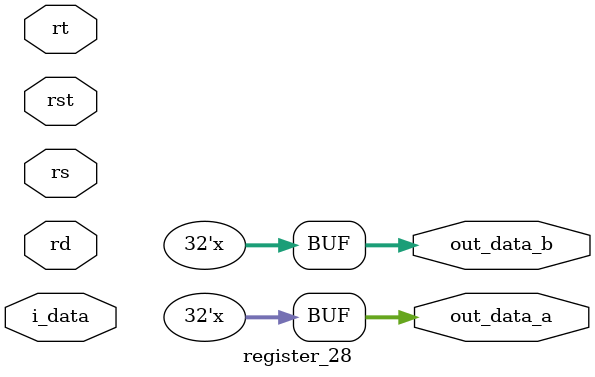
<source format=v>
`timescale 1ns / 1ps

module register_28(rst,rs,rt,rd,i_data,out_data_a,out_data_b);
input rst;
input [4:0]rs,rt,rd;
input [31:0] i_data;
output reg [31:0] out_data_a;
output reg [31:0] out_data_b;

reg [4:0]  reg_num;
reg [31:0] reg_data;

always @(*) begin
      if(rst) begin
            reg_num = 28;
      end
      else begin
          if(reg_num == rs)
               out_data_a <= reg_data;
          if(reg_num == rt)
               out_data_b <= reg_data;
          if(reg_num == rd)    
               reg_data <= i_data;
      end
      
end
endmodule

</source>
